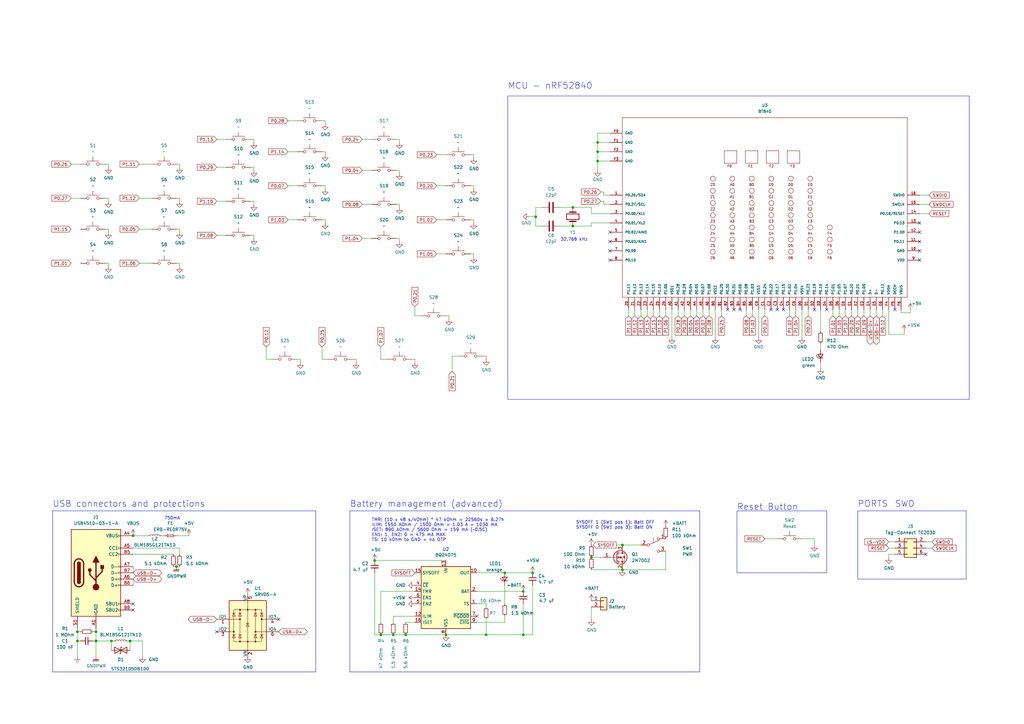
<source format=kicad_sch>
(kicad_sch (version 20230121) (generator eeschema)
  (paper "A3")
  (junction (at 214.63 242.57) (diameter 0.9144))
  (junction (at 45.72 262.89))
  (junction (at 182.88 260.35) (diameter 0.9144))
  (junction (at 39.37 262.89) (diameter 0.9144))
  (junction (at 207.01 234.95))
  (junction (at 234.95 85.09))
  (junction (at 166.37 260.35) (diameter 0.9144))
  (junction (at 255.27 223.52))
  (junction (at 218.44 234.95))
  (junction (at 161.29 260.35) (diameter 0.9144))
  (junction (at 72.39 232.41))
  (junction (at 54.61 219.71))
  (junction (at 242.57 228.6))
  (junction (at 234.95 92.71))
  (junction (at 31.75 259.08) (diameter 0.9144))
  (junction (at 214.63 260.35))
  (junction (at 53.34 262.89))
  (junction (at 39.37 259.08) (diameter 0.9144))
  (junction (at 255.27 233.68))
  (junction (at 199.39 260.35) (diameter 0.9144))
  (junction (at 156.21 260.35) (diameter 0.9144))
  (junction (at 219.71 88.9))
  (junction (at 245.11 58.42))
  (junction (at 153.67 229.87))
  (junction (at 245.11 66.04))
  (junction (at 245.11 62.23))
  (junction (at 31.75 262.89) (diameter 0.9144))
  (no_connect (at 303.53 127))
  (no_connect (at 379.73 227.33))
  (no_connect (at 367.03 127))
  (no_connect (at 339.09 127))
  (no_connect (at 114.3 254))
  (no_connect (at 318.77 127))
  (no_connect (at 334.01 127))
  (no_connect (at 250.19 102.87))
  (no_connect (at 377.19 95.25))
  (no_connect (at 377.19 102.87))
  (no_connect (at 377.19 91.44))
  (no_connect (at 88.9 259.08))
  (no_connect (at 250.19 106.68))
  (no_connect (at 54.61 250.19))
  (no_connect (at 377.19 106.68))
  (no_connect (at 377.19 99.06))
  (no_connect (at 316.23 127))
  (no_connect (at 250.19 99.06))
  (no_connect (at 250.19 95.25))
  (no_connect (at 54.61 247.65))
  (no_connect (at 300.99 127))
  (no_connect (at 298.45 127))
  (no_connect (at 195.58 252.73))
  (no_connect (at 321.31 127))
  (polyline (pts (xy 21.59 209.55) (xy 129.54 209.55)) (stroke (width 0) (type solid)))
  (wire (pts (xy 118.11 62.23) (xy 121.92 62.23)))
  (wire (pts (xy 133.35 76.2) (xy 133.35 77.47)))
  (wire (pts (xy 179.07 76.2) (xy 182.88 76.2)))
  (wire (pts (xy 88.9 68.58) (xy 92.71 68.58)))
  (wire (pts (xy 118.11 90.17) (xy 121.92 90.17)))
  (wire (pts (xy 193.04 76.2) (xy 194.31 76.2)))
  (wire (pts (xy 262.89 127) (xy 262.89 129.54)))
  (wire (pts (xy 109.22 142.24) (xy 109.22 147.32)))
  (wire (pts (xy 38.1 259.08) (xy 39.37 259.08)))
  (wire (pts (xy 104.14 96.52) (xy 102.87 96.52)))
  (wire (pts (xy 364.49 227.33) (xy 367.03 227.33)))
  (wire (pts (xy 214.63 247.65) (xy 214.63 260.35)))
  (wire (pts (xy 44.45 67.31) (xy 44.45 68.58)))
  (wire (pts (xy 265.43 127) (xy 265.43 129.54)))
  (wire (pts (xy 245.11 66.04) (xy 245.11 62.23)))
  (wire (pts (xy 283.21 127) (xy 283.21 129.54)))
  (wire (pts (xy 336.55 148.59) (xy 336.55 151.13)))
  (wire (pts (xy 275.59 127) (xy 275.59 138.43)))
  (wire (pts (xy 31.75 262.89) (xy 31.75 269.24)))
  (wire (pts (xy 245.11 58.42) (xy 250.19 58.42)))
  (wire (pts (xy 38.1 262.89) (xy 39.37 262.89)))
  (wire (pts (xy 104.14 57.15) (xy 104.14 58.42)))
  (wire (pts (xy 373.38 128.27) (xy 369.57 128.27)))
  (wire (pts (xy 104.14 68.58) (xy 104.14 69.85)))
  (wire (pts (xy 148.59 57.15) (xy 152.4 57.15)))
  (wire (pts (xy 242.57 233.68) (xy 255.27 233.68)))
  (wire (pts (xy 184.15 130.81) (xy 184.15 129.54)))
  (wire (pts (xy 217.17 88.9) (xy 219.71 88.9)))
  (wire (pts (xy 199.39 147.32) (xy 199.39 146.05)))
  (wire (pts (xy 185.42 146.05) (xy 187.96 146.05)))
  (wire (pts (xy 133.35 90.17) (xy 132.08 90.17)))
  (wire (pts (xy 57.15 67.31) (xy 62.23 67.31)))
  (wire (pts (xy 245.11 69.85) (xy 245.11 66.04)))
  (wire (pts (xy 229.87 92.71) (xy 234.95 92.71)))
  (wire (pts (xy 156.21 142.24) (xy 156.21 147.32)))
  (wire (pts (xy 43.18 67.31) (xy 44.45 67.31)))
  (polyline (pts (xy 143.51 209.55) (xy 143.51 275.59)) (stroke (width 0) (type solid)))
  (wire (pts (xy 242.57 248.92) (xy 242.57 254)))
  (wire (pts (xy 242.57 91.44) (xy 250.19 91.44)))
  (wire (pts (xy 170.18 148.59) (xy 170.18 147.32)))
  (wire (pts (xy 148.59 83.82) (xy 152.4 83.82)))
  (wire (pts (xy 194.31 105.41) (xy 194.31 104.14)))
  (wire (pts (xy 334.01 220.98) (xy 334.01 223.52)))
  (wire (pts (xy 346.71 127) (xy 346.71 129.54)))
  (wire (pts (xy 43.18 93.98) (xy 44.45 93.98)))
  (wire (pts (xy 88.9 82.55) (xy 92.71 82.55)))
  (wire (pts (xy 104.14 82.55) (xy 104.14 83.82)))
  (wire (pts (xy 156.21 147.32) (xy 158.75 147.32)))
  (wire (pts (xy 179.07 63.5) (xy 182.88 63.5)))
  (wire (pts (xy 242.57 87.63) (xy 250.19 87.63)))
  (wire (pts (xy 260.35 127) (xy 260.35 129.54)))
  (wire (pts (xy 199.39 260.35) (xy 214.63 260.35)))
  (wire (pts (xy 199.39 146.05) (xy 198.12 146.05)))
  (wire (pts (xy 218.44 260.35) (xy 214.63 260.35)))
  (wire (pts (xy 162.56 69.85) (xy 163.83 69.85)))
  (wire (pts (xy 194.31 90.17) (xy 194.31 91.44)))
  (wire (pts (xy 229.87 85.09) (xy 234.95 85.09)))
  (polyline (pts (xy 396.24 209.55) (xy 396.24 237.49)))
  (wire (pts (xy 43.18 81.28) (xy 44.45 81.28)))
  (wire (pts (xy 222.25 92.71) (xy 219.71 92.71)))
  (wire (pts (xy 156.21 260.35) (xy 161.29 260.35)))
  (wire (pts (xy 218.44 240.03) (xy 218.44 260.35)))
  (wire (pts (xy 33.02 259.08) (xy 31.75 259.08)))
  (wire (pts (xy 295.91 127) (xy 295.91 129.54)))
  (polyline (pts (xy 287.02 275.59) (xy 287.02 209.55)) (stroke (width 0) (type solid)))
  (wire (pts (xy 102.87 82.55) (xy 104.14 82.55)))
  (wire (pts (xy 219.71 85.09) (xy 219.71 88.9)))
  (wire (pts (xy 245.11 66.04) (xy 250.19 66.04)))
  (wire (pts (xy 247.65 83.82) (xy 250.19 83.82)))
  (wire (pts (xy 133.35 49.53) (xy 133.35 50.8)))
  (wire (pts (xy 184.15 129.54) (xy 182.88 129.54)))
  (wire (pts (xy 336.55 140.97) (xy 336.55 143.51)))
  (wire (pts (xy 313.69 220.98) (xy 318.77 220.98)))
  (wire (pts (xy 273.05 127) (xy 273.05 129.54)))
  (wire (pts (xy 73.66 227.33) (xy 73.66 224.79)))
  (wire (pts (xy 162.56 57.15) (xy 163.83 57.15)))
  (wire (pts (xy 255.27 223.52) (xy 262.89 223.52)))
  (wire (pts (xy 273.05 233.68) (xy 255.27 233.68)))
  (wire (pts (xy 349.25 127) (xy 349.25 129.54)))
  (wire (pts (xy 52.07 262.89) (xy 53.34 262.89)))
  (wire (pts (xy 72.39 67.31) (xy 73.66 67.31)))
  (wire (pts (xy 308.61 127) (xy 308.61 129.54)))
  (wire (pts (xy 199.39 254) (xy 199.39 260.35)))
  (wire (pts (xy 53.34 262.89) (xy 53.34 266.7)))
  (wire (pts (xy 246.38 78.74) (xy 247.65 78.74)))
  (wire (pts (xy 245.11 58.42) (xy 245.11 54.61)))
  (polyline (pts (xy 351.79 209.55) (xy 351.79 237.49)))
  (wire (pts (xy 193.04 90.17) (xy 194.31 90.17)))
  (polyline (pts (xy 129.54 275.59) (xy 129.54 209.55)) (stroke (width 0) (type solid)))
  (wire (pts (xy 132.08 49.53) (xy 133.35 49.53)))
  (wire (pts (xy 44.45 93.98) (xy 44.45 95.25)))
  (wire (pts (xy 153.67 260.35) (xy 156.21 260.35)))
  (wire (pts (xy 179.07 90.17) (xy 182.88 90.17)))
  (wire (pts (xy 133.35 62.23) (xy 133.35 63.5)))
  (wire (pts (xy 163.83 99.06) (xy 163.83 97.79)))
  (wire (pts (xy 364.49 228.6) (xy 364.49 227.33)))
  (wire (pts (xy 377.19 83.82) (xy 381 83.82)))
  (wire (pts (xy 219.71 88.9) (xy 219.71 92.71)))
  (polyline (pts (xy 143.51 209.55) (xy 287.02 209.55)) (stroke (width 0) (type solid)))
  (wire (pts (xy 72.39 232.41) (xy 73.66 232.41)))
  (wire (pts (xy 162.56 83.82) (xy 163.83 83.82)))
  (wire (pts (xy 234.95 85.09) (xy 242.57 85.09)))
  (wire (pts (xy 132.08 62.23) (xy 133.35 62.23)))
  (wire (pts (xy 194.31 104.14) (xy 193.04 104.14)))
  (wire (pts (xy 72.39 81.28) (xy 73.66 81.28)))
  (wire (pts (xy 361.95 127) (xy 361.95 129.54)))
  (wire (pts (xy 170.18 125.73) (xy 170.18 129.54)))
  (wire (pts (xy 73.66 109.22) (xy 73.66 107.95)))
  (wire (pts (xy 242.57 228.6) (xy 247.65 228.6)))
  (wire (pts (xy 344.17 127) (xy 344.17 129.54)))
  (wire (pts (xy 72.39 93.98) (xy 73.66 93.98)))
  (wire (pts (xy 54.61 237.49) (xy 54.61 240.03)))
  (wire (pts (xy 170.18 129.54) (xy 172.72 129.54)))
  (wire (pts (xy 247.65 80.01) (xy 250.19 80.01)))
  (wire (pts (xy 195.58 234.95) (xy 207.01 234.95)))
  (wire (pts (xy 156.21 242.57) (xy 156.21 255.27)))
  (wire (pts (xy 44.45 109.22) (xy 44.45 107.95)))
  (wire (pts (xy 156.21 242.57) (xy 170.18 242.57)))
  (wire (pts (xy 102.87 57.15) (xy 104.14 57.15)))
  (wire (pts (xy 109.22 147.32) (xy 111.76 147.32)))
  (wire (pts (xy 199.39 248.92) (xy 199.39 247.65)))
  (wire (pts (xy 170.18 147.32) (xy 168.91 147.32)))
  (wire (pts (xy 288.29 127) (xy 288.29 129.54)))
  (wire (pts (xy 118.11 49.53) (xy 121.92 49.53)))
  (wire (pts (xy 45.72 262.89) (xy 39.37 262.89)))
  (wire (pts (xy 88.9 96.52) (xy 92.71 96.52)))
  (wire (pts (xy 247.65 78.74) (xy 247.65 80.01)))
  (wire (pts (xy 185.42 152.4) (xy 185.42 146.05)))
  (wire (pts (xy 326.39 127) (xy 326.39 129.54)))
  (wire (pts (xy 341.63 127) (xy 341.63 129.54)))
  (wire (pts (xy 267.97 127) (xy 267.97 129.54)))
  (wire (pts (xy 293.37 127) (xy 293.37 138.43)))
  (wire (pts (xy 377.19 80.01) (xy 381 80.01)))
  (polyline (pts (xy 21.59 209.55) (xy 21.59 275.59)) (stroke (width 0) (type solid)))
  (wire (pts (xy 336.55 127) (xy 336.55 135.89)))
  (wire (pts (xy 242.57 85.09) (xy 242.57 87.63)))
  (wire (pts (xy 245.11 54.61) (xy 250.19 54.61)))
  (wire (pts (xy 195.58 255.27) (xy 207.01 255.27)))
  (wire (pts (xy 257.81 127) (xy 257.81 129.54)))
  (wire (pts (xy 29.21 81.28) (xy 33.02 81.28)))
  (wire (pts (xy 306.07 127) (xy 306.07 129.54)))
  (wire (pts (xy 182.88 260.35) (xy 199.39 260.35)))
  (wire (pts (xy 311.15 127) (xy 311.15 138.43)))
  (wire (pts (xy 207.01 234.95) (xy 218.44 234.95)))
  (wire (pts (xy 88.9 57.15) (xy 92.71 57.15)))
  (wire (pts (xy 146.05 147.32) (xy 144.78 147.32)))
  (polyline (pts (xy 21.59 275.59) (xy 129.54 275.59)) (stroke (width 0) (type solid)))
  (wire (pts (xy 370.84 135.89) (xy 370.84 137.16)))
  (wire (pts (xy 73.66 107.95) (xy 72.39 107.95)))
  (wire (pts (xy 273.05 226.06) (xy 273.05 233.68)))
  (wire (pts (xy 132.08 142.24) (xy 132.08 147.32)))
  (wire (pts (xy 313.69 127) (xy 313.69 129.54)))
  (wire (pts (xy 163.83 69.85) (xy 163.83 71.12)))
  (wire (pts (xy 278.13 127) (xy 278.13 129.54)))
  (wire (pts (xy 351.79 127) (xy 351.79 129.54)))
  (wire (pts (xy 161.29 252.73) (xy 170.18 252.73)))
  (wire (pts (xy 166.37 255.27) (xy 170.18 255.27)))
  (wire (pts (xy 148.59 69.85) (xy 152.4 69.85)))
  (wire (pts (xy 123.19 148.59) (xy 123.19 147.32)))
  (wire (pts (xy 179.07 104.14) (xy 182.88 104.14)))
  (wire (pts (xy 379.73 222.25) (xy 382.27 222.25)))
  (wire (pts (xy 133.35 91.44) (xy 133.35 90.17)))
  (wire (pts (xy 102.87 68.58) (xy 104.14 68.58)))
  (wire (pts (xy 73.66 224.79) (xy 54.61 224.79)))
  (wire (pts (xy 153.67 229.87) (xy 182.88 229.87)))
  (wire (pts (xy 45.72 262.89) (xy 45.72 266.7)))
  (wire (pts (xy 54.61 227.33) (xy 71.12 227.33)))
  (wire (pts (xy 54.61 219.71) (xy 60.96 219.71)))
  (wire (pts (xy 73.66 81.28) (xy 73.66 82.55)))
  (wire (pts (xy 71.12 232.41) (xy 72.39 232.41)))
  (wire (pts (xy 364.49 222.25) (xy 367.03 222.25)))
  (wire (pts (xy 354.33 127) (xy 354.33 129.54)))
  (wire (pts (xy 242.57 92.71) (xy 242.57 91.44)))
  (wire (pts (xy 369.57 128.27) (xy 369.57 127)))
  (wire (pts (xy 29.21 67.31) (xy 33.02 67.31)))
  (wire (pts (xy 66.04 219.71) (xy 67.31 219.71)))
  (wire (pts (xy 356.87 127) (xy 356.87 129.54)))
  (wire (pts (xy 247.65 82.55) (xy 247.65 83.82)))
  (wire (pts (xy 373.38 127) (xy 373.38 128.27)))
  (wire (pts (xy 104.14 97.79) (xy 104.14 96.52)))
  (wire (pts (xy 44.45 81.28) (xy 44.45 82.55)))
  (wire (pts (xy 132.08 76.2) (xy 133.35 76.2)))
  (wire (pts (xy 285.75 127) (xy 285.75 129.54)))
  (wire (pts (xy 123.19 147.32) (xy 121.92 147.32)))
  (wire (pts (xy 132.08 147.32) (xy 134.62 147.32)))
  (wire (pts (xy 153.67 234.95) (xy 153.67 260.35)))
  (wire (pts (xy 323.85 127) (xy 323.85 129.54)))
  (wire (pts (xy 195.58 242.57) (xy 214.63 242.57)))
  (wire (pts (xy 194.31 76.2) (xy 194.31 77.47)))
  (wire (pts (xy 234.95 92.71) (xy 242.57 92.71)))
  (wire (pts (xy 57.15 93.98) (xy 62.23 93.98)))
  (wire (pts (xy 73.66 93.98) (xy 73.66 95.25)))
  (wire (pts (xy 219.71 85.09) (xy 222.25 85.09)))
  (wire (pts (xy 245.11 62.23) (xy 245.11 58.42)))
  (wire (pts (xy 39.37 262.89) (xy 39.37 269.24)))
  (wire (pts (xy 166.37 260.35) (xy 182.88 260.35)))
  (wire (pts (xy 195.58 247.65) (xy 199.39 247.65)))
  (polyline (pts (xy 351.79 237.49) (xy 396.24 237.49)))
  (wire (pts (xy 370.84 137.16) (xy 364.49 137.16)))
  (wire (pts (xy 194.31 63.5) (xy 194.31 64.77)))
  (wire (pts (xy 207.01 240.03) (xy 207.01 247.65)))
  (wire (pts (xy 54.61 232.41) (xy 54.61 234.95)))
  (wire (pts (xy 31.75 257.81) (xy 31.75 259.08)))
  (wire (pts (xy 163.83 83.82) (xy 163.83 85.09)))
  (wire (pts (xy 57.15 81.28) (xy 62.23 81.28)))
  (wire (pts (xy 280.67 127) (xy 280.67 129.54)))
  (wire (pts (xy 364.49 137.16) (xy 364.49 127)))
  (wire (pts (xy 161.29 252.73) (xy 161.29 255.27)))
  (wire (pts (xy 270.51 127) (xy 270.51 129.54)))
  (wire (pts (xy 44.45 107.95) (xy 43.18 107.95)))
  (polyline (pts (xy 351.79 209.55) (xy 396.24 209.55)))
  (wire (pts (xy 58.42 269.24) (xy 58.42 262.89)))
  (wire (pts (xy 245.11 62.23) (xy 250.19 62.23)))
  (wire (pts (xy 246.38 82.55) (xy 247.65 82.55)))
  (polyline (pts (xy 143.51 275.59) (xy 287.02 275.59)) (stroke (width 0) (type solid)))
  (wire (pts (xy 31.75 259.08) (xy 31.75 262.89)))
  (wire (pts (xy 290.83 127) (xy 290.83 129.54)))
  (wire (pts (xy 118.11 76.2) (xy 121.92 76.2)))
  (wire (pts (xy 39.37 257.81) (xy 39.37 259.08)))
  (wire (pts (xy 163.83 97.79) (xy 162.56 97.79)))
  (wire (pts (xy 148.59 97.79) (xy 152.4 97.79)))
  (wire (pts (xy 161.29 260.35) (xy 166.37 260.35)))
  (wire (pts (xy 377.19 87.63) (xy 381 87.63)))
  (wire (pts (xy 146.05 148.59) (xy 146.05 147.32)))
  (wire (pts (xy 328.93 220.98) (xy 334.01 220.98)))
  (wire (pts (xy 163.83 57.15) (xy 163.83 58.42)))
  (wire (pts (xy 57.15 107.95) (xy 62.23 107.95)))
  (wire (pts (xy 379.73 224.79) (xy 382.27 224.79)))
  (wire (pts (xy 207.01 252.73) (xy 207.01 255.27)))
  (wire (pts (xy 46.99 262.89) (xy 45.72 262.89)))
  (wire (pts (xy 331.47 127) (xy 331.47 129.54)))
  (wire (pts (xy 359.41 127) (xy 359.41 129.54)))
  (wire (pts (xy 252.73 223.52) (xy 255.27 223.52)))
  (wire (pts (xy 73.66 67.31) (xy 73.66 68.58)))
  (wire (pts (xy 39.37 259.08) (xy 39.37 262.89)))
  (wire (pts (xy 33.02 262.89) (xy 31.75 262.89)))
  (wire (pts (xy 72.39 219.71) (xy 77.47 219.71)))
  (wire (pts (xy 364.49 224.79) (xy 367.03 224.79)))
  (wire (pts (xy 193.04 63.5) (xy 194.31 63.5)))
  (wire (pts (xy 58.42 262.89) (xy 53.34 262.89)))
  (wire (pts (xy 328.93 127) (xy 328.93 138.43)))
  (rectangle (start 302.26 209.55) (end 339.09 234.95))
  (rectangle (start 208.28 39.37) (end 397.51 163.83))
  (text "USB connectors and protections" (at 21.59 208.28 0) (effects (font (size 2.54 2.54)) (justify left bottom)))
  (text "Reset Button" (at 302.26 209.55 0) (effects (font (size 2.5654 2.5654)) (justify left bottom)))
  (text "TMR: (10 x 48 s/kOhm) * 47 kOhm = 22560s = 6.27h\nILIM: 1550 AOhm / 1500 Ohm = 1.03 A = 1030 mA\nISET: 890 AOhm / 5600 Ohm = 159 mA (~0.5C)\nEN1: 1, EN2: 0 = 475 mA MAX\nTS: 10 kOhm to GND = no OTP" (at 152.4 222.25 0) (effects (font (size 1.27 1.27)) (justify left bottom)))
  (text "MCU - nRF52840" (at 208.28 36.83 0) (effects (font (size 2.5654 2.5654)) (justify left bottom)))
  (text "SYSOFF 1 (SW1 pos 1): Batt OFF\nSYSOFF 0 (SW1 pos 3): Batt ON" (at 236.22 217.17 0) (effects (font (size 1.27 1.27)) (justify left bottom)))
  (text "32.768 kHz" (at 229.87 99.06 0) (effects (font (size 1.27 1.27)) (justify left bottom)))
  (text "750mA" (at 67.31 213.36 0) (effects (font (size 1.27 1.27)) (justify left bottom)))
  (text "Battery management (advanced)" (at 143.51 208.28 0) (effects (font (size 2.54 2.54)) (justify left bottom)))
  (text "SWD" (at 367.03 208.28 0) (effects (font (size 2.5654 2.5654)) (justify left bottom)))
  (text "PORTS" (at 351.79 208.28 0) (effects (font (size 2.5654 2.5654)) (justify left bottom)))
  (global_label "P1.15" (shape input) (at 29.21 93.98 180) (property "Intersheetrefs" "${INTERSHEET_REFS}" (effects hide)))
  (global_label "P0.29" (shape input) (at 88.9 68.58 180) (property "Intersheetrefs" "${INTERSHEET_REFS}" (effects hide)))
  (global_label "P1.02" (shape input) (at 179.07 90.17 180) (property "Intersheetrefs" "${INTERSHEET_REFS}" (effects hide)))
  (global_label "P1.03" (shape input) (at 118.11 90.17 180) (property "Intersheetrefs" "${INTERSHEET_REFS}" (effects hide)))
  (global_label "P1.06" (shape input) (at 273.05 129.54 270) (property "Intersheetrefs" "${INTERSHEET_REFS}" (effects hide)))
  (global_label "P1.07" (shape input) (at 346.71 129.54 270) (property "Intersheetrefs" "${INTERSHEET_REFS}" (effects hide)))
  (global_label "SYSOFF" (shape output) (at 252.73 223.52 180) (property "Intersheetrefs" "${INTERSHEET_REFS}" (effects hide)))
  (global_label "P0.12" (shape input) (at 109.22 142.24 90) (property "Intersheetrefs" "${INTERSHEET_REFS}" (effects hide)))
  (global_label "P0.21" (shape input) (at 351.79 129.54 270) (property "Intersheetrefs" "${INTERSHEET_REFS}" (effects hide)))
  (global_label "SWDCLK" (shape input) (at 382.27 224.79 0) (property "Intersheetrefs" "${INTERSHEET_REFS}" (effects hide)))
  (global_label "P1.14" (shape input) (at 118.11 62.23 180) (property "Intersheetrefs" "${INTERSHEET_REFS}" (effects hide)))
  (global_label "P0.08" (shape input) (at 306.07 129.54 270) (property "Intersheetrefs" "${INTERSHEET_REFS}" (effects hide)))
  (global_label "P0.07" (shape input) (at 288.29 129.54 270) (property "Intersheetrefs" "${INTERSHEET_REFS}" (effects hide)))
  (global_label "P0.08" (shape input) (at 148.59 83.82 180) (property "Intersheetrefs" "${INTERSHEET_REFS}" (effects hide)))
  (global_label "USB-D-" (shape bidirectional) (at 54.61 234.95 0) (property "Intersheetrefs" "${INTERSHEET_REFS}" (effects hide)))
  (global_label "P1.10" (shape input) (at 270.51 129.54 270) (property "Intersheetrefs" "${INTERSHEET_REFS}" (effects hide)))
  (global_label "P0.28" (shape input) (at 118.11 49.53 180) (property "Intersheetrefs" "${INTERSHEET_REFS}" (effects hide)))
  (global_label "P0.25" (shape input) (at 132.08 142.24 90) (property "Intersheetrefs" "${INTERSHEET_REFS}" (effects hide)))
  (global_label "USB-D+" (shape bidirectional) (at 114.3 259.08 0) (property "Intersheetrefs" "${INTERSHEET_REFS}" (effects hide)))
  (global_label "P0.24" (shape input) (at 313.69 129.54 270) (property "Intersheetrefs" "${INTERSHEET_REFS}" (effects hide)))
  (global_label "P0.25" (shape input) (at 295.91 129.54 270) (property "Intersheetrefs" "${INTERSHEET_REFS}" (effects hide)))
  (global_label "RESET" (shape input) (at 381 87.63 0) (property "Intersheetrefs" "${INTERSHEET_REFS}" (effects hide)))
  (global_label "USB-D+" (shape bidirectional) (at 356.87 129.54 270) (property "Intersheetrefs" "${INTERSHEET_REFS}" (effects hide)))
  (global_label "P1.15" (shape input) (at 267.97 129.54 270) (property "Intersheetrefs" "${INTERSHEET_REFS}" (effects hide)))
  (global_label "RESET" (shape input) (at 313.69 220.98 180) (property "Intersheetrefs" "${INTERSHEET_REFS}" (effects hide)))
  (global_label "P1.01" (shape input) (at 341.63 129.54 270) (property "Intersheetrefs" "${INTERSHEET_REFS}" (effects hide)))
  (global_label "P1.05" (shape input) (at 179.07 104.14 180) (property "Intersheetrefs" "${INTERSHEET_REFS}" (effects hide)))
  (global_label "P0.05" (shape input) (at 57.15 93.98 180) (property "Intersheetrefs" "${INTERSHEET_REFS}" (effects hide)))
  (global_label "P0.05" (shape input) (at 285.75 129.54 270) (property "Intersheetrefs" "${INTERSHEET_REFS}" (effects hide)))
  (global_label "P0.27" (shape input) (at 29.21 81.28 180) (property "Intersheetrefs" "${INTERSHEET_REFS}" (effects hide)))
  (global_label "P0.12" (shape input) (at 361.95 129.54 270) (property "Intersheetrefs" "${INTERSHEET_REFS}" (effects hide)))
  (global_label "P1.01" (shape input) (at 29.21 107.95 180) (property "Intersheetrefs" "${INTERSHEET_REFS}" (effects hide)))
  (global_label "SWDCLK" (shape input) (at 381 83.82 0) (property "Intersheetrefs" "${INTERSHEET_REFS}" (effects hide)))
  (global_label "P0.21" (shape input) (at 170.18 125.73 90) (property "Intersheetrefs" "${INTERSHEET_REFS}" (effects hide)))
  (global_label "SWDIO" (shape input) (at 382.27 222.25 0) (property "Intersheetrefs" "${INTERSHEET_REFS}" (effects hide)))
  (global_label "P0.24" (shape input) (at 148.59 57.15 180) (property "Intersheetrefs" "${INTERSHEET_REFS}" (effects hide)))
  (global_label "P1.11" (shape input) (at 257.81 129.54 270) (property "Intersheetrefs" "${INTERSHEET_REFS}" (effects hide)))
  (global_label "SYSOFF" (shape input) (at 170.18 234.95 180) (property "Intersheetrefs" "${INTERSHEET_REFS}" (effects hide)))
  (global_label "P0.26" (shape input) (at 246.38 78.74 180) (property "Intersheetrefs" "${INTERSHEET_REFS}" (effects hide)))
  (global_label "P1.06" (shape input) (at 57.15 107.95 180) (property "Intersheetrefs" "${INTERSHEET_REFS}" (effects hide)))
  (global_label "USB-D-" (shape bidirectional) (at 88.9 254 180) (property "Intersheetrefs" "${INTERSHEET_REFS}" (effects hide)))
  (global_label "USB-D+" (shape bidirectional) (at 54.61 237.49 0) (property "Intersheetrefs" "${INTERSHEET_REFS}" (effects hide)))
  (global_label "P0.23" (shape input) (at 179.07 63.5 180) (property "Intersheetrefs" "${INTERSHEET_REFS}" (effects hide)))
  (global_label "LS-VDD" (shape input) (at 364.49 222.25 180) (property "Intersheetrefs" "${INTERSHEET_REFS}" (effects hide)))
  (global_label "P0.28" (shape input) (at 278.13 129.54 270) (property "Intersheetrefs" "${INTERSHEET_REFS}" (effects hide)))
  (global_label "P0.21" (shape input) (at 185.42 152.4 270) (property "Intersheetrefs" "${INTERSHEET_REFS}" (effects hide)))
  (global_label "P0.04" (shape input) (at 283.21 129.54 270) (property "Intersheetrefs" "${INTERSHEET_REFS}" (effects hide)))
  (global_label "USB-D-" (shape bidirectional) (at 359.41 129.54 270) (property "Intersheetrefs" "${INTERSHEET_REFS}" (effects hide)))
  (global_label "P1.05" (shape input) (at 344.17 129.54 270) (property "Intersheetrefs" "${INTERSHEET_REFS}" (effects hide)))
  (global_label "P1.12" (shape input) (at 260.35 129.54 270) (property "Intersheetrefs" "${INTERSHEET_REFS}" (effects hide)))
  (global_label "P1.02" (shape input) (at 323.85 129.54 270) (property "Intersheetrefs" "${INTERSHEET_REFS}" (effects hide)))
  (global_label "P1.08" (shape input) (at 290.83 129.54 270) (property "Intersheetrefs" "${INTERSHEET_REFS}" (effects hide)))
  (global_label "P0.29" (shape input) (at 280.67 129.54 270) (property "Intersheetrefs" "${INTERSHEET_REFS}" (effects hide)))
  (global_label "RESET" (shape input) (at 364.49 224.79 180) (property "Intersheetrefs" "${INTERSHEET_REFS}" (effects hide)))
  (global_label "P1.13" (shape input) (at 262.89 129.54 270) (property "Intersheetrefs" "${INTERSHEET_REFS}" (effects hide)))
  (global_label "P1.09" (shape input) (at 354.33 129.54 270) (property "Intersheetrefs" "${INTERSHEET_REFS}" (effects hide)))
  (global_label "P0.20" (shape input) (at 179.07 76.2 180) (property "Intersheetrefs" "${INTERSHEET_REFS}" (effects hide)))
  (global_label "P0.27" (shape input) (at 246.38 82.55 180) (property "Intersheetrefs" "${INTERSHEET_REFS}" (effects hide)))
  (global_label "P1.14" (shape input) (at 265.43 129.54 270) (property "Intersheetrefs" "${INTERSHEET_REFS}" (effects hide)))
  (global_label "P1.12" (shape input) (at 57.15 81.28 180) (property "Intersheetrefs" "${INTERSHEET_REFS}" (effects hide)))
  (global_label "P0.23" (shape input) (at 331.47 129.54 270) (property "Intersheetrefs" "${INTERSHEET_REFS}" (effects hide)))
  (global_label "P1.13" (shape input) (at 88.9 57.15 180) (property "Intersheetrefs" "${INTERSHEET_REFS}" (effects hide)))
  (global_label "P1.11" (shape input) (at 57.15 67.31 180) (property "Intersheetrefs" "${INTERSHEET_REFS}" (effects hide)))
  (global_label "P1.03" (shape input) (at 308.61 129.54 270) (property "Intersheetrefs" "${INTERSHEET_REFS}" (effects hide)))
  (global_label "SWDIO" (shape input) (at 381 80.01 0) (property "Intersheetrefs" "${INTERSHEET_REFS}" (effects hide)))
  (global_label "P1.04" (shape input) (at 148.59 97.79 180) (property "Intersheetrefs" "${INTERSHEET_REFS}" (effects hide)))
  (global_label "P1.07" (shape input) (at 156.21 142.24 90) (property "Intersheetrefs" "${INTERSHEET_REFS}" (effects hide)))
  (global_label "P0.26" (shape input) (at 29.21 67.31 180) (property "Intersheetrefs" "${INTERSHEET_REFS}" (effects hide)))
  (global_label "P0.04" (shape input) (at 148.59 69.85 180) (property "Intersheetrefs" "${INTERSHEET_REFS}" (effects hide)))
  (global_label "P1.10" (shape input) (at 88.9 82.55 180) (property "Intersheetrefs" "${INTERSHEET_REFS}" (effects hide)))
  (global_label "P0.20" (shape input) (at 349.25 129.54 270) (property "Intersheetrefs" "${INTERSHEET_REFS}" (effects hide)))
  (global_label "P1.04" (shape input) (at 326.39 129.54 270) (property "Intersheetrefs" "${INTERSHEET_REFS}" (effects hide)))
  (global_label "P1.08" (shape input) (at 88.9 96.52 180) (property "Intersheetrefs" "${INTERSHEET_REFS}" (effects hide)))
  (global_label "P0.07" (shape input) (at 118.11 76.2 180) (property "Intersheetrefs" "${INTERSHEET_REFS}" (effects hide)))
  (symbol (lib_id "Switch:SW_Push") (at 157.48 83.82 0) (unit 1)
    (property "Reference" "S19" (at 157.48 76.2 0))
    (property "Value" "~" (at 157.48 78.74 0))
    (property "Footprint" "keyboard:Kailh_socket_PG1350_optional" (effects hide))
    (property "Digikey" "https://splitkb.com/collections/switches-and-keycaps/products/kailh-low-profile-choc-switches?variant=32171144314957" (effects hide))
    (property "Mfr Part Number" "KLH-CHC-BRN-010 " (effects hide))
    (property "Notes" "Kailh Low Profile Choc Switches (Brown (50gf, Tactile))" (effects hide))
  )
  (symbol (lib_id "Switch:SW_Push") (at 157.48 57.15 0) (unit 1)
    (property "Reference" "S17" (at 157.48 49.53 0))
    (property "Value" "~" (at 157.48 52.07 0))
    (property "Footprint" "keyboard:Kailh_socket_PG1350_optional" (effects hide))
    (property "Digikey" "https://splitkb.com/collections/switches-and-keycaps/products/kailh-low-profile-choc-switches?variant=32171144314957" (effects hide))
    (property "Mfr Part Number" "KLH-CHC-BRN-010 " (effects hide))
    (property "Notes" "Kailh Low Profile Choc Switches (Brown (50gf, Tactile))" (effects hide))
  )
  (symbol (lib_id "power:+BATT") (at 242.57 246.38 0) (unit 1)
    (property "Reference" "#PWR047" (effects hide))
    (property "Value" "+BATT" (at 242.57 241.3 0))
  )
  (symbol (lib_id "power:GND") (at 101.6 269.24 0) (unit 1)
    (property "Reference" "#PWR037" (effects hide))
    (property "Value" "GND" (at 101.727 273.6342 0))
  )
  (symbol (lib_id "Switch:SW_Push") (at 97.79 82.55 0) (unit 1)
    (property "Reference" "S11" (at 97.79 74.93 0))
    (property "Value" "~" (at 97.79 77.47 0))
    (property "Footprint" "keyboard:Kailh_socket_PG1350_optional" (effects hide))
    (property "Digikey" "https://splitkb.com/collections/switches-and-keycaps/products/kailh-low-profile-choc-switches?variant=32171144314957" (effects hide))
    (property "Mfr Part Number" "KLH-CHC-BRN-010 " (effects hide))
    (property "Notes" "Kailh Low Profile Choc Switches (Brown (50gf, Tactile))" (effects hide))
  )
  (symbol (lib_id "power:GNDPWR") (at 39.37 269.24 0) (unit 1)
    (property "Reference" "#PWR031" (effects hide))
    (property "Value" "GNDPWR" (at 39.4716 273.1516 0))
  )
  (symbol (lib_id "Device:C") (at 226.06 92.71 90) (unit 1)
    (property "Reference" "C6" (at 226.06 96.52 90))
    (property "Value" "12pF" (at 226.06 99.06 90))
    (property "Footprint" "Capacitor_SMD:C_0603_1608Metric" (effects hide))
    (property "Datasheet" "https://www.yageo.com/upload/media/product/productsearch/datasheet/mlcc/UPY-GP_NP0_16V-to-50V_18.pdf" (effects hide))
    (property "Digikey" "https://www.digikey.fr/short/93345tjz" (effects hide))
    (property "Mfr Part Number" "CC0603JPNPO9BN120" (effects hide))
    (property "Notes" "CAP CER 12PF 50V C0G/NPO 0603" (effects hide))
  )
  (symbol (lib_id "Switch:SW_Push") (at 127 76.2 0) (unit 1)
    (property "Reference" "S15" (at 127 68.58 0))
    (property "Value" "~" (at 127 71.12 0))
    (property "Footprint" "keyboard:Kailh_socket_PG1350_optional" (effects hide))
    (property "Digikey" "https://splitkb.com/collections/switches-and-keycaps/products/kailh-low-profile-choc-switches?variant=32171144314957" (effects hide))
    (property "Mfr Part Number" "KLH-CHC-BRN-010 " (effects hide))
    (property "Notes" "Kailh Low Profile Choc Switches (Brown (50gf, Tactile))" (effects hide))
  )
  (symbol (lib_id "power:+5V") (at 242.57 223.52 0) (unit 1)
    (property "Reference" "#PWR046" (effects hide))
    (property "Value" "+5V" (at 242.951 219.1258 0))
  )
  (symbol (lib_id "power:GND") (at 194.31 77.47 0) (unit 1)
    (property "Reference" "#PWR022" (effects hide))
    (property "Value" "GND" (at 194.437 81.8642 0))
  )
  (symbol (lib_id "power:VBUS") (at 54.61 219.71 0) (unit 1)
    (property "Reference" "#PWR032" (effects hide))
    (property "Value" "VBUS" (at 54.61 214.63 0))
  )
  (symbol (lib_id "power:GND") (at 133.35 77.47 0) (unit 1)
    (property "Reference" "#PWR015" (effects hide))
    (property "Value" "GND" (at 133.477 81.8642 0))
  )
  (symbol (lib_id "power:+VSW") (at 370.84 135.89 0) (unit 1)
    (property "Reference" "#PWR059" (effects hide))
    (property "Value" "+VSW" (at 374.65 133.35 0))
  )
  (symbol (lib_id "Switch:SW_Push") (at 163.83 147.32 0) (unit 1)
    (property "Reference" "S27" (at 163.83 139.7 0))
    (property "Value" "~" (at 163.83 142.24 0))
    (property "Footprint" "keyboard:Kailh_socket_PG1350_optional" (effects hide))
    (property "Digikey" "https://splitkb.com/collections/switches-and-keycaps/products/kailh-low-profile-choc-switches?variant=32171144314957" (effects hide))
    (property "Mfr Part Number" "KLH-CHC-BRN-010 " (effects hide))
    (property "Notes" "Kailh Low Profile Choc Switches (Brown (50gf, Tactile))" (effects hide))
  )
  (symbol (lib_id "Device:C_Small") (at 214.63 245.11 0) (unit 1)
    (property "Reference" "C3" (at 220.98 244.0686 0) (effects (justify left)))
    (property "Value" "4.7 uF" (at 220.98 246.38 0) (effects (justify left)))
    (property "Footprint" "Capacitor_SMD:C_0603_1608Metric" (effects hide))
    (property "Datasheet" "https://mm.digikey.com/Volume0/opasdata/d220001/medias/docus/2328/CL10A475KO8NNNC_Spec.pdf" (effects hide))
    (property "Notes" "CAP CER 4.7UF 16V X5R 0603" (effects hide))
    (property "Digikey" "https://www.digikey.fr/short/9ddcdmj1" (effects hide))
    (property "Mfr Part Number" "CL10A475KO8NNNC" (effects hide))
  )
  (symbol (lib_id "power:GND") (at 194.31 91.44 0) (unit 1)
    (property "Reference" "#PWR023" (effects hide))
    (property "Value" "GND" (at 194.437 95.8342 0))
  )
  (symbol (lib_id "Switch:SW_Push") (at 97.79 57.15 0) (unit 1)
    (property "Reference" "S9" (at 97.79 49.53 0))
    (property "Value" "~" (at 97.79 52.07 0))
    (property "Footprint" "keyboard:Kailh_socket_PG1350_optional" (effects hide))
    (property "Digikey" "https://splitkb.com/collections/switches-and-keycaps/products/kailh-low-profile-choc-switches?variant=32171144314957" (effects hide))
    (property "Mfr Part Number" "KLH-CHC-BRN-010 " (effects hide))
    (property "Notes" "Kailh Low Profile Choc Switches (Brown (50gf, Tactile))" (effects hide))
  )
  (symbol (lib_id "power:GND") (at 163.83 58.42 0) (unit 1)
    (property "Reference" "#PWR017" (effects hide))
    (property "Value" "GND" (at 163.957 62.8142 0))
  )
  (symbol (lib_id "power:GND") (at 255.27 233.68 0) (unit 1)
    (property "Reference" "#PWR050" (effects hide))
    (property "Value" "GND" (at 257.81 234.7594 0) (effects (justify left)))
  )
  (symbol (lib_id "Switch:SW_Push") (at 38.1 107.95 0) (unit 1)
    (property "Reference" "S4" (at 38.1 100.33 0))
    (property "Value" "~" (at 38.1 102.87 0))
    (property "Footprint" "keyboard:Kailh_socket_PG1350_optional" (effects hide))
    (property "Digikey" "https://splitkb.com/collections/switches-and-keycaps/products/kailh-low-profile-choc-switches?variant=32171144314957" (effects hide))
    (property "Mfr Part Number" "KLH-CHC-BRN-010 " (effects hide))
    (property "Notes" "Kailh Low Profile Choc Switches (Brown (50gf, Tactile))" (effects hide))
  )
  (symbol (lib_id "Connector_Generic:Conn_01x02") (at 247.65 246.38 0) (unit 1)
    (property "Reference" "J2" (at 249.682 246.5832 0) (effects (justify left)))
    (property "Value" "Battery" (at 249.682 248.8946 0) (effects (justify left)))
    (property "Footprint" "Connector_JST:JST_PH_S2B-PH-K_1x02_P2.00mm_Horizontal" (effects hide))
    (property "Digikey" "https://www.digikey.fr/short/4nfzf328" (effects hide))
    (property "Mfr Part Number" "JST_S2B-PH-K-S" (effects hide))
    (property "Notes" "CONN HEADER R/A 2POS 2MM" (effects hide))
  )
  (symbol (lib_id "Device:R_Small") (at 207.01 250.19 0) (unit 1)
    (property "Reference" "R8" (at 209.55 248.9199 0) (effects (justify left)))
    (property "Value" "1.5 kOhm" (at 209.55 251.4599 0) (effects (justify left)))
    (property "Footprint" "Resistor_SMD:R_0603_1608Metric" (effects hide))
    (property "Datasheet" "https://www.yageo.com/upload/media/product/productsearch/datasheet/rchip/PYu-RC_Group_51_RoHS_L_12.pdf" (effects hide))
    (property "Digikey" "https://www.digikey.fr/short/phch2hb9" (effects hide))
    (property "Mfr Part Number" "RC0603FR-131K5L" (effects hide))
    (property "Notes" "RES 1.5K OHM 1% 1/10W 0603" (effects hide))
  )
  (symbol (lib_id "Switch:SW_Push") (at 38.1 67.31 0) (unit 1)
    (property "Reference" "S1" (at 38.1 59.69 0))
    (property "Value" "~" (at 38.1 62.23 0))
    (property "Footprint" "keyboard:Kailh_socket_PG1350_optional" (effects hide))
    (property "Digikey" "https://splitkb.com/collections/switches-and-keycaps/products/kailh-low-profile-choc-switches?variant=32171144314957" (effects hide))
    (property "Mfr Part Number" "KLH-CHC-BRN-010 " (effects hide))
    (property "Notes" "Kailh Low Profile Choc Switches (Brown (50gf, Tactile))" (effects hide))
  )
  (symbol (lib_id "Switch:SW_Push") (at 67.31 81.28 0) (unit 1)
    (property "Reference" "S6" (at 67.31 73.66 0))
    (property "Value" "~" (at 67.31 76.2 0))
    (property "Footprint" "keyboard:Kailh_socket_PG1350_optional" (effects hide))
    (property "Digikey" "https://splitkb.com/collections/switches-and-keycaps/products/kailh-low-profile-choc-switches?variant=32171144314957" (effects hide))
    (property "Mfr Part Number" "KLH-CHC-BRN-010 " (effects hide))
    (property "Notes" "Kailh Low Profile Choc Switches (Brown (50gf, Tactile))" (effects hide))
  )
  (symbol (lib_id "Device:R_Small") (at 166.37 257.81 0) (unit 1)
    (property "Reference" "R6" (at 165.1 262.89 0) (effects (justify left)))
    (property "Value" "5.6 kOhm" (at 166.37 274.32 90) (effects (justify left)))
    (property "Footprint" "Resistor_SMD:R_0603_1608Metric" (effects hide))
    (property "Datasheet" "https://www.yageo.com/upload/media/product/productsearch/datasheet/rchip/PYu-RC_Group_51_RoHS_L_12.pdf" (effects hide))
    (property "Digikey" "https://www.digikey.fr/short/d7m30hjz" (effects hide))
    (property "Mfr Part Number" "RC0603FR-105K6L" (effects hide))
    (property "Notes" "RES 5.6K OHM 1% 1/10W 0603" (effects hide))
  )
  (symbol (lib_id "Device:R_Small") (at 71.12 229.87 0) (mirror x) (unit 1)
    (property "Reference" "R2" (at 68.58 228.5999 0) (effects (justify right)))
    (property "Value" "5.1 kOhm" (at 68.58 231.1399 0) (effects (justify right)))
    (property "Footprint" "Resistor_SMD:R_0603_1608Metric" (effects hide))
    (property "Datasheet" "https://www.yageo.com/upload/media/product/app/datasheet/rchip/pyu-rc_group_51_rohs_l.pdf" (effects hide))
    (property "Digikey" "https://www.digikey.fr/short/n44t24n9" (effects hide))
    (property "Mfr Part Number" "RC0603FR-135K1L" (effects hide))
    (property "Notes" "RES 5.1K OHM 1% 1/10W 0603" (effects hide))
  )
  (symbol (lib_id "power:GND") (at 328.93 138.43 0) (unit 1)
    (property "Reference" "#PWR055" (effects hide))
    (property "Value" "GND" (at 328.93 142.24 0))
  )
  (symbol (lib_id "power:GND") (at 44.45 82.55 0) (unit 1)
    (property "Reference" "#PWR02" (effects hide))
    (property "Value" "GND" (at 44.577 86.9442 0))
  )
  (symbol (lib_id "power:GND") (at 184.15 130.81 0) (unit 1)
    (property "Reference" "#PWR028" (effects hide))
    (property "Value" "GND" (at 184.277 135.2042 0))
  )
  (symbol (lib_id "Transistor_FET:2N7002") (at 252.73 228.6 0) (unit 1)
    (property "Reference" "Q1" (at 259.08 227.3299 0) (effects (justify left)))
    (property "Value" "2N7002" (at 259.08 229.8699 0) (effects (justify left)))
    (property "Footprint" "Package_TO_SOT_SMD:SOT-23" (effects hide))
    (property "Datasheet" "https://www.onsemi.com/pub/Collateral/NDS7002A-D.PDF" (effects hide))
    (property "Digikey" "https://www.digikey.fr/short/2whmm8p2" (effects hide))
    (property "Mfr Part Number" "2N7002" (effects hide))
    (property "Notes" "MOSFET SOT23 N 60V 5OHM 150C" (effects hide))
  )
  (symbol (lib_id "Device:C_Small") (at 153.67 232.41 0) (unit 1)
    (property "Reference" "C2" (at 151.13 231.1462 0) (effects (justify right)))
    (property "Value" "4.7 uF" (at 151.13 233.6862 0) (effects (justify right)))
    (property "Footprint" "Capacitor_SMD:C_0603_1608Metric" (effects hide))
    (property "Datasheet" "https://mm.digikey.com/Volume0/opasdata/d220001/medias/docus/2328/CL10A475KO8NNNC_Spec.pdf" (effects hide))
    (property "Notes" "CAP CER 4.7UF 16V X5R 0603" (effects hide))
    (property "Digikey" "https://www.digikey.fr/short/9ddcdmj1" (effects hide))
    (property "Mfr Part Number" "CL10A475KO8NNNC" (effects hide))
  )
  (symbol (lib_id "power:GND") (at 123.19 148.59 0) (unit 1)
    (property "Reference" "#PWR025" (effects hide))
    (property "Value" "GND" (at 123.317 152.9842 0))
  )
  (symbol (lib_id "power:GND") (at 170.18 148.59 0) (unit 1)
    (property "Reference" "#PWR027" (effects hide))
    (property "Value" "GND" (at 170.307 152.9842 0))
  )
  (symbol (lib_id "power:GND") (at 73.66 68.58 0) (unit 1)
    (property "Reference" "#PWR05" (effects hide))
    (property "Value" "GND" (at 73.787 72.9742 0))
  )
  (symbol (lib_id "Switch:SW_Push") (at 127 62.23 0) (unit 1)
    (property "Reference" "S14" (at 127 54.61 0))
    (property "Value" "~" (at 127 57.15 0))
    (property "Footprint" "keyboard:Kailh_socket_PG1350_optional" (effects hide))
    (property "Digikey" "https://splitkb.com/collections/switches-and-keycaps/products/kailh-low-profile-choc-switches?variant=32171144314957" (effects hide))
    (property "Mfr Part Number" "KLH-CHC-BRN-010 " (effects hide))
    (property "Notes" "Kailh Low Profile Choc Switches (Brown (50gf, Tactile))" (effects hide))
  )
  (symbol (lib_id "power:GND") (at 199.39 147.32 0) (unit 1)
    (property "Reference" "#PWR029" (effects hide))
    (property "Value" "GND" (at 199.517 151.7142 0))
  )
  (symbol (lib_id "power:GND") (at 73.66 82.55 0) (unit 1)
    (property "Reference" "#PWR06" (effects hide))
    (property "Value" "GND" (at 73.787 86.9442 0))
  )
  (symbol (lib_id "power:GND") (at 146.05 148.59 0) (unit 1)
    (property "Reference" "#PWR026" (effects hide))
    (property "Value" "GND" (at 146.177 152.9842 0))
  )
  (symbol (lib_id "power:GND") (at 275.59 138.43 0) (unit 1)
    (property "Reference" "#PWR052" (effects hide))
    (property "Value" "GND" (at 275.59 142.24 0))
  )
  (symbol (lib_id "Switch:SW_Push") (at 157.48 97.79 0) (unit 1)
    (property "Reference" "S20" (at 157.48 90.17 0))
    (property "Value" "~" (at 157.48 92.71 0))
    (property "Footprint" "keyboard:Kailh_socket_PG1350_optional" (effects hide))
    (property "Digikey" "https://splitkb.com/collections/switches-and-keycaps/products/kailh-low-profile-choc-switches?variant=32171144314957" (effects hide))
    (property "Mfr Part Number" "KLH-CHC-BRN-010 " (effects hide))
    (property "Notes" "Kailh Low Profile Choc Switches (Brown (50gf, Tactile))" (effects hide))
  )
  (symbol (lib_id "power:GND") (at 73.66 109.22 0) (unit 1)
    (property "Reference" "#PWR08" (effects hide))
    (property "Value" "GND" (at 73.787 113.6142 0))
  )
  (symbol (lib_id "Device:C") (at 226.06 85.09 90) (unit 1)
    (property "Reference" "C5" (at 226.06 77.47 90))
    (property "Value" "12pF" (at 226.06 80.01 90))
    (property "Footprint" "Capacitor_SMD:C_0603_1608Metric" (effects hide))
    (property "Datasheet" "https://www.yageo.com/upload/media/product/productsearch/datasheet/mlcc/UPY-GP_NP0_16V-to-50V_18.pdf" (effects hide))
    (property "Digikey" "https://www.digikey.fr/short/93345tjz" (effects hide))
    (property "Mfr Part Number" "CC0603JPNPO9BN120" (effects hide))
    (property "Notes" "CAP CER 12PF 50V C0G/NPO 0603" (effects hide))
  )
  (symbol (lib_id "Switch:SW_Push") (at 157.48 69.85 0) (unit 1)
    (property "Reference" "S18" (at 157.48 62.23 0))
    (property "Value" "~" (at 157.48 64.77 0))
    (property "Footprint" "keyboard:Kailh_socket_PG1350_optional" (effects hide))
    (property "Digikey" "https://splitkb.com/collections/switches-and-keycaps/products/kailh-low-profile-choc-switches?variant=32171144314957" (effects hide))
    (property "Mfr Part Number" "KLH-CHC-BRN-010 " (effects hide))
    (property "Notes" "Kailh Low Profile Choc Switches (Brown (50gf, Tactile))" (effects hide))
  )
  (symbol (lib_id "Device:L_Small") (at 63.5 219.71 90) (unit 1)
    (property "Reference" "L2" (at 63.5 220.98 90))
    (property "Value" "BLM18SG121TN1D" (at 63.5 223.52 90))
    (property "Footprint" "Inductor_SMD:L_0603_1608Metric" (effects hide))
    (property "Datasheet" "https://www.murata.com/en-us/products/productdata/8796738650142/ENFA0003.pdf" (effects hide))
    (property "Digikey" "https://www.digikey.fr/short/5017v0dz" (effects hide))
    (property "Mfr Part Number" "BLM18SG121TN1D" (effects hide))
    (property "Notes" "FERRITE BEAD 120 OHM 0603 1LN" (effects hide))
  )
  (symbol (lib_id "Device:R_Small") (at 35.56 259.08 90) (mirror x) (unit 1)
    (property "Reference" "R1" (at 26.67 257.81 90))
    (property "Value" "1 MOhm" (at 26.67 260.35 90))
    (property "Footprint" "Resistor_SMD:R_0603_1608Metric" (effects hide))
    (property "Datasheet" "https://www.yageo.com/upload/media/product/productsearch/datasheet/rchip/PYu-RC_Group_51_RoHS_L_12.pdf" (effects hide))
    (property "Digikey" "https://www.digikey.fr/short/z45v3mjc" (effects hide))
    (property "Mfr Part Number" "RC0603FR-071ML" (effects hide))
    (property "Notes" "RES 1M OHM 1% 1/10W 0603" (effects hide))
  )
  (symbol (lib_id "Battery_Management:BQ24075RGT") (at 182.88 245.11 0) (unit 1)
    (property "Reference" "U2" (at 182.88 225.2726 0))
    (property "Value" "BQ24075" (at 182.88 227.584 0))
    (property "Footprint" "Package_DFN_QFN:VQFN-16-1EP_3x3mm_P0.5mm_EP1.6x1.6mm" (effects hide))
    (property "Datasheet" "http://www.ti.com/lit/ds/symlink/bq24075.pdf" (effects hide))
    (property "Digikey" "https://www.digikey.fr/short/cn0mz24p" (effects hide))
    (property "Mfr Part Number" "BQ24075RGTR" (effects hide))
    (property "Notes" "IC BATT CHG LI-ION 1CELL 16QFN" (effects hide))
  )
  (symbol (lib_id "power:GND") (at 336.55 151.13 0) (unit 1)
    (property "Reference" "#PWR057" (effects hide))
    (property "Value" "GND" (at 336.55 154.94 0))
  )
  (symbol (lib_id "power:GND") (at 104.14 69.85 0) (unit 1)
    (property "Reference" "#PWR010" (effects hide))
    (property "Value" "GND" (at 104.267 74.2442 0))
  )
  (symbol (lib_id "power:GND") (at 44.45 68.58 0) (unit 1)
    (property "Reference" "#PWR01" (effects hide))
    (property "Value" "GND" (at 44.577 72.9742 0))
  )
  (symbol (lib_id "Switch:SW_Push") (at 127 49.53 0) (unit 1)
    (property "Reference" "S13" (at 127 41.91 0))
    (property "Value" "~" (at 127 44.45 0))
    (property "Footprint" "keyboard:Kailh_socket_PG1350_optional" (effects hide))
    (property "Digikey" "https://splitkb.com/collections/switches-and-keycaps/products/kailh-low-profile-choc-switches?variant=32171144314957" (effects hide))
    (property "Mfr Part Number" "KLH-CHC-BRN-010 " (effects hide))
    (property "Notes" "Kailh Low Profile Choc Switches (Brown (50gf, Tactile))" (effects hide))
  )
  (symbol (lib_id "power:+5V") (at 77.47 219.71 0) (unit 1)
    (property "Reference" "#PWR035" (effects hide))
    (property "Value" "+5V" (at 77.47 214.63 0))
  )
  (symbol (lib_id "Switch:SW_Push") (at 67.31 67.31 0) (unit 1)
    (property "Reference" "S5" (at 67.31 59.69 0))
    (property "Value" "~" (at 67.31 62.23 0))
    (property "Footprint" "keyboard:Kailh_socket_PG1350_optional" (effects hide))
    (property "Digikey" "https://splitkb.com/collections/switches-and-keycaps/products/kailh-low-profile-choc-switches?variant=32171144314957" (effects hide))
    (property "Mfr Part Number" "KLH-CHC-BRN-010 " (effects hide))
    (property "Notes" "Kailh Low Profile Choc Switches (Brown (50gf, Tactile))" (effects hide))
  )
  (symbol (lib_id "Switch:SW_Push_SPDT") (at 267.97 223.52 0) (unit 1)
    (property "Reference" "SW1" (at 281.94 224.79 0))
    (property "Value" "PWR" (at 281.94 227.33 0))
    (property "Footprint" "keyboard:SW_SPDT_PCM12" (effects hide))
    (property "Datasheet" "https://www.ckswitches.com/media/1424/pcm.pdf" (effects hide))
    (property "Digikey" "https://www.digikey.fr/short/pnt4qtt1" (effects hide))
    (property "Mfr Part Number" "PCM12SMTR" (effects hide))
    (property "Notes" "SWITCH SLIDE SPDT 300MA 6V" (effects hide))
  )
  (symbol (lib_id "power:GND") (at 133.35 50.8 0) (unit 1)
    (property "Reference" "#PWR013" (effects hide))
    (property "Value" "GND" (at 133.477 55.1942 0))
  )
  (symbol (lib_id "Switch:SW_Push") (at 38.1 93.98 0) (unit 1)
    (property "Reference" "S3" (at 38.1 86.36 0))
    (property "Value" "~" (at 38.1 88.9 0))
    (property "Footprint" "keyboard:Kailh_socket_PG1350_optional" (effects hide))
    (property "Digikey" "https://splitkb.com/collections/switches-and-keycaps/products/kailh-low-profile-choc-switches?variant=32171144314957" (effects hide))
    (property "Mfr Part Number" "KLH-CHC-BRN-010 " (effects hide))
    (property "Notes" "Kailh Low Profile Choc Switches (Brown (50gf, Tactile))" (effects hide))
  )
  (symbol (lib_id "power:GND") (at 58.42 269.24 0) (unit 1)
    (property "Reference" "#PWR033" (effects hide))
    (property "Value" "GND" (at 60.96 270.5099 0) (effects (justify left)))
  )
  (symbol (lib_id "power:GND") (at 182.88 260.35 0) (unit 1)
    (property "Reference" "#PWR042" (effects hide))
    (property "Value" "GND" (at 183.007 264.7442 0))
  )
  (symbol (lib_id "Device:C_Small") (at 35.56 262.89 270) (unit 1)
    (property "Reference" "C1" (at 26.67 262.89 90))
    (property "Value" "100 nF" (at 26.67 265.43 90))
    (property "Footprint" "Capacitor_SMD:C_0603_1608Metric" (effects hide))
    (property "Datasheet" "https://mm.digikey.com/Volume0/opasdata/d220001/medias/docus/658/CL10B104KB8NNWC_Spec.pdf" (effects hide))
    (property "Notes" "CAP CER 0.1UF 50V X7R 0603" (effects hide))
    (property "Digikey" "https://www.digikey.fr/short/dfdcwqzh" (effects hide))
    (property "Mfr Part Number" "CL10B104KB8NNWC" (effects hide))
  )
  (symbol (lib_id "Switch:SW_Push") (at 127 90.17 0) (unit 1)
    (property "Reference" "S16" (at 127 82.55 0))
    (property "Value" "~" (at 127 85.09 0))
    (property "Footprint" "keyboard:Kailh_socket_PG1350_optional" (effects hide))
    (property "Digikey" "https://splitkb.com/collections/switches-and-keycaps/products/kailh-low-profile-choc-switches?variant=32171144314957" (effects hide))
    (property "Mfr Part Number" "KLH-CHC-BRN-010 " (effects hide))
    (property "Notes" "Kailh Low Profile Choc Switches (Brown (50gf, Tactile))" (effects hide))
  )
  (symbol (lib_id "power:+VSW") (at 218.44 234.95 0) (unit 1)
    (property "Reference" "#PWR045" (effects hide))
    (property "Value" "+VSW" (at 218.44 229.87 0))
  )
  (symbol (lib_id "power:GND") (at 170.18 247.65 270) (unit 1)
    (property "Reference" "#PWR041" (effects hide))
    (property "Value" "GND" (at 166.37 247.6499 90) (effects (justify right)))
  )
  (symbol (lib_id "Switch:SW_Push") (at 187.96 104.14 0) (unit 1)
    (property "Reference" "S24" (at 187.96 96.52 0))
    (property "Value" "~" (at 187.96 99.06 0))
    (property "Footprint" "keyboard:Kailh_socket_PG1350_optional" (effects hide))
    (property "Digikey" "https://splitkb.com/collections/switches-and-keycaps/products/kailh-low-profile-choc-switches?variant=32171144314957" (effects hide))
    (property "Mfr Part Number" "KLH-CHC-BRN-010 " (effects hide))
    (property "Notes" "Kailh Low Profile Choc Switches (Brown (50gf, Tactile))" (effects hide))
  )
  (symbol (lib_id "Switch:SW_Push") (at 67.31 93.98 0) (unit 1)
    (property "Reference" "S7" (at 67.31 86.36 0))
    (property "Value" "~" (at 67.31 88.9 0))
    (property "Footprint" "keyboard:Kailh_socket_PG1350_optional" (effects hide))
    (property "Digikey" "https://splitkb.com/collections/switches-and-keycaps/products/kailh-low-profile-choc-switches?variant=32171144314957" (effects hide))
    (property "Mfr Part Number" "KLH-CHC-BRN-010 " (effects hide))
    (property "Notes" "Kailh Low Profile Choc Switches (Brown (50gf, Tactile))" (effects hide))
  )
  (symbol (lib_id "Switch:SW_Push") (at 187.96 90.17 0) (unit 1)
    (property "Reference" "S23" (at 187.96 82.55 0))
    (property "Value" "~" (at 187.96 85.09 0))
    (property "Footprint" "keyboard:Kailh_socket_PG1350_optional" (effects hide))
    (property "Digikey" "https://splitkb.com/collections/switches-and-keycaps/products/kailh-low-profile-choc-switches?variant=32171144314957" (effects hide))
    (property "Mfr Part Number" "KLH-CHC-BRN-010 " (effects hide))
    (property "Notes" "Kailh Low Profile Choc Switches (Brown (50gf, Tactile))" (effects hide))
  )
  (symbol (lib_id "power:GND") (at 133.35 91.44 0) (unit 1)
    (property "Reference" "#PWR016" (effects hide))
    (property "Value" "GND" (at 133.477 95.8342 0))
  )
  (symbol (lib_id "Connector_Generic:Conn_02x03_Odd_Even") (at 372.11 224.79 0) (unit 1)
    (property "Reference" "J3" (at 373.38 215.9 0))
    (property "Value" "Tag-Connect TC2030" (at 373.38 218.44 0))
    (property "Footprint" "Connector:Tag-Connect_TC2030-IDC-NL_2x03_P1.27mm_Vertical" (effects hide))
  )
  (symbol (lib_id "power:GND") (at 104.14 58.42 0) (unit 1)
    (property "Reference" "#PWR09" (effects hide))
    (property "Value" "GND" (at 104.267 62.8142 0))
  )
  (symbol (lib_id "power:GND") (at 163.83 85.09 0) (unit 1)
    (property "Reference" "#PWR019" (effects hide))
    (property "Value" "GND" (at 163.957 89.4842 0))
  )
  (symbol (lib_id "power:+5V") (at 101.6 243.84 0) (unit 1)
    (property "Reference" "#PWR036" (effects hide))
    (property "Value" "+5V" (at 101.6 238.76 0))
  )
  (symbol (lib_id "power:GND") (at 73.66 95.25 0) (unit 1)
    (property "Reference" "#PWR07" (effects hide))
    (property "Value" "GND" (at 73.787 99.6442 0))
  )
  (symbol (lib_id "power:GND") (at 194.31 105.41 0) (unit 1)
    (property "Reference" "#PWR024" (effects hide))
    (property "Value" "GND" (at 194.437 109.8042 0))
  )
  (symbol (lib_id "Switch:SW_Push") (at 177.8 129.54 0) (unit 1)
    (property "Reference" "S28" (at 177.8 121.92 0))
    (property "Value" "~" (at 177.8 124.46 0))
    (property "Footprint" "keyboard:Kailh_socket_PG1350_optional" (effects hide))
    (property "Digikey" "https://splitkb.com/collections/switches-and-keycaps/products/kailh-low-profile-choc-switches?variant=32171144314957" (effects hide))
    (property "Mfr Part Number" "KLH-CHC-BRN-010 " (effects hide))
    (property "Notes" "Kailh Low Profile Choc Switches (Brown (50gf, Tactile))" (effects hide))
  )
  (symbol (lib_id "power:+BATT") (at 214.63 242.57 0) (unit 1)
    (property "Reference" "#PWR043" (effects hide))
    (property "Value" "+BATT" (at 210.82 240.03 0))
  )
  (symbol (lib_id "Device:R_Small") (at 161.29 257.81 0) (unit 1)
    (property "Reference" "R5" (at 160.02 262.8899 0) (effects (justify left)))
    (property "Value" "1.5 kOhm" (at 161.29 274.3199 90) (effects (justify left)))
    (property "Footprint" "Resistor_SMD:R_0603_1608Metric" (effects hide))
    (property "Datasheet" "https://www.yageo.com/upload/media/product/productsearch/datasheet/rchip/PYu-RC_Group_51_RoHS_L_12.pdf" (effects hide))
    (property "Digikey" "https://www.digikey.fr/short/phch2hb9" (effects hide))
    (property "Mfr Part Number" "RC0603FR-131K5L" (effects hide))
    (property "Notes" "RES 1.5K OHM 1% 1/10W 0603" (effects hide))
  )
  (symbol (lib_id "power:GND") (at 104.14 83.82 0) (unit 1)
    (property "Reference" "#PWR011" (effects hide))
    (property "Value" "GND" (at 104.267 88.2142 0))
  )
  (symbol (lib_id "Switch:SW_Push") (at 187.96 76.2 0) (unit 1)
    (property "Reference" "S22" (at 187.96 68.58 0))
    (property "Value" "~" (at 187.96 71.12 0))
    (property "Footprint" "keyboard:Kailh_socket_PG1350_optional" (effects hide))
    (property "Digikey" "https://splitkb.com/collections/switches-and-keycaps/products/kailh-low-profile-choc-switches?variant=32171144314957" (effects hide))
    (property "Mfr Part Number" "KLH-CHC-BRN-010 " (effects hide))
    (property "Notes" "Kailh Low Profile Choc Switches (Brown (50gf, Tactile))" (effects hide))
  )
  (symbol (lib_id "Device:LED_Small") (at 336.55 146.05 90) (unit 1)
    (property "Reference" "LED2" (at 328.93 147.32 90) (effects (justify right)))
    (property "Value" "green" (at 328.93 149.86 90) (effects (justify right)))
    (property "Footprint" "LED_SMD:LED_0603_1608Metric" (effects hide))
    (property "Datasheet" "https://www.we-online.com/katalog/datasheet/150060VS55040.pdf" (effects hide))
    (property "Digikey" "https://www.digikey.fr/short/9hh0d35q" (effects hide))
    (property "Mfr Part Number" "150060VS55040" (effects hide))
    (property "Notes" "LED GREEN DIFFUSED 0603 SMD" (effects hide))
  )
  (symbol (lib_id "Device:L_Small") (at 49.53 262.89 90) (unit 1)
    (property "Reference" "L1" (at 49.53 257.81 90))
    (property "Value" "BLM18SG121TN1D" (at 49.53 260.35 90))
    (property "Footprint" "Inductor_SMD:L_0603_1608Metric" (effects hide))
    (property "Datasheet" "https://www.murata.com/en-us/products/productdata/8796738650142/ENFA0003.pdf" (effects hide))
    (property "Digikey" "https://www.digikey.fr/short/5017v0dz" (effects hide))
    (property "Mfr Part Number" "BLM18SG121TN1D" (effects hide))
    (property "Notes" "FERRITE BEAD 120 OHM 0603 1LN" (effects hide))
  )
  (symbol (lib_id "power:GND") (at 242.57 254 0) (unit 1)
    (property "Reference" "#PWR048" (effects hide))
    (property "Value" "GND" (at 242.697 258.3942 0))
  )
  (symbol (lib_id "Device:R_Small") (at 273.05 218.44 180) (unit 1)
    (property "Reference" "R11" (at 275.59 217.1699 0) (effects (justify right)))
    (property "Value" "100 kOhm" (at 275.59 219.7099 0) (effects (justify right)))
    (property "Footprint" "Resistor_SMD:R_0603_1608Metric" (effects hide))
    (property "Datasheet" "https://www.yageo.com/upload/media/product/app/datasheet/rchip/pyu-rc_group_51_rohs_l.pdf" (effects hide))
    (property "Digikey" "https://www.digikey.fr/short/3j5f0vnv" (effects hide))
    (property "Mfr Part Number" "RC0603FR-07100KL" (effects hide))
    (property "Notes" "RES 100K OHM 1% 1/10W 0603" (effects hide))
  )
  (symbol (lib_id "power:GND") (at 104.14 97.79 0) (unit 1)
    (property "Reference" "#PWR012" (effects hide))
    (property "Value" "GND" (at 104.267 102.1842 0))
  )
  (symbol (lib_id "Switch:SW_Push") (at 139.7 147.32 0) (unit 1)
    (property "Reference" "S26" (at 139.7 139.7 0))
    (property "Value" "~" (at 139.7 142.24 0))
    (property "Footprint" "keyboard:Kailh_socket_PG1350_optional" (effects hide))
    (property "Digikey" "https://splitkb.com/collections/switches-and-keycaps/products/kailh-low-profile-choc-switches?variant=32171144314957" (effects hide))
    (property "Mfr Part Number" "KLH-CHC-BRN-010 " (effects hide))
    (property "Notes" "Kailh Low Profile Choc Switches (Brown (50gf, Tactile))" (effects hide))
  )
  (symbol (lib_id "Device:R_Small") (at 199.39 251.46 0) (unit 1)
    (property "Reference" "R7" (at 200.66 251.46 0) (effects (justify left)))
    (property "Value" "10 kOhm" (at 196.85 246.38 0) (effects (justify left)))
    (property "Footprint" "Resistor_SMD:R_0603_1608Metric" (effects hide))
    (property "Datasheet" "https://www.yageo.com/upload/media/product/app/datasheet/rchip/pyu-rc_group_51_rohs_l.pdf" (effects hide))
    (property "Digikey" "https://www.digikey.fr/short/q2w0pb82" (effects hide))
    (property "Mfr Part Number" "RC0603FR-0710KL" (effects hide))
    (property "Notes" "RES 10K OHM 1% 1/10W 0603" (effects hide))
  )
  (symbol (lib_id "Switch:SW_Push") (at 116.84 147.32 0) (unit 1)
    (property "Reference" "S25" (at 116.84 139.7 0))
    (property "Value" "~" (at 116.84 142.24 0))
    (property "Footprint" "keyboard:Kailh_socket_PG1350_optional" (effects hide))
    (property "Digikey" "https://splitkb.com/collections/switches-and-keycaps/products/kailh-low-profile-choc-switches?variant=32171144314957" (effects hide))
    (property "Mfr Part Number" "KLH-CHC-BRN-010 " (effects hide))
    (property "Notes" "Kailh Low Profile Choc Switches (Brown (50gf, Tactile))" (effects hide))
  )
  (symbol (lib_id "Device:C_Small") (at 218.44 237.49 0) (unit 1)
    (property "Reference" "C4" (at 220.7768 236.3216 0) (effects (justify left)))
    (property "Value" "4.7 uF" (at 220.7768 238.633 0) (effects (justify left)))
    (property "Footprint" "Capacitor_SMD:C_0603_1608Metric" (effects hide))
    (property "Datasheet" "https://mm.digikey.com/Volume0/opasdata/d220001/medias/docus/2328/CL10A475KO8NNNC_Spec.pdf" (effects hide))
    (property "Notes" "CAP CER 4.7UF 16V X5R 0603" (effects hide))
    (property "Digikey" "https://www.digikey.fr/short/9ddcdmj1" (effects hide))
    (property "Mfr Part Number" "CL10A475KO8NNNC" (effects hide))
  )
  (symbol (lib_id "Device:Crystal") (at 234.95 88.9 90) (unit 1)
    (property "Reference" "Y1" (at 233.68 95.25 90) (effects (justify right)))
    (property "Value" "ECS-.327-9-34B-TR" (effects hide))
    (property "Footprint" "Crystal:Crystal_SMD_3215-2Pin_3.2x1.5mm" (effects hide))
    (property "Datasheet" "https://ecsxtal.com/store/pdf/ecx-31b.pdf" (effects hide))
    (property "Digikey" "https://www.digikey.fr/short/w4d4tdrt" (effects hide))
    (property "Notes" "32.768 kHz ±20ppm Crystal 9pF 70 kOhms 2-SMD, No Lead" (effects hide))
    (property "Mfr Part Number" "ECS-.327-9-34B-TR" (effects hide))
  )
  (symbol (lib_id "power:GND") (at 44.45 95.25 0) (unit 1)
    (property "Reference" "#PWR03" (effects hide))
    (property "Value" "GND" (at 44.577 99.6442 0))
  )
  (symbol (lib_id "power:GND") (at 334.01 223.52 0) (unit 1)
    (property "Reference" "#PWR056" (effects hide))
    (property "Value" "GND" (at 334.137 227.9142 0))
  )
  (symbol (lib_id "Device:R_Small") (at 242.57 231.14 0) (unit 1)
    (property "Reference" "R10" (at 240.03 229.8699 0) (effects (justify right)))
    (property "Value" "10 kOhm" (at 240.03 232.4099 0) (effects (justify right)))
    (property "Footprint" "Resistor_SMD:R_0603_1608Metric" (effects hide))
    (property "Datasheet" "https://www.yageo.com/upload/media/product/app/datasheet/rchip/pyu-rc_group_51_rohs_l.pdf" (effects hide))
    (property "Digikey" "https://www.digikey.fr/short/q2w0pb82" (effects hide))
    (property "Mfr Part Number" "RC0603FR-0710KL" (effects hide))
    (property "Notes" "RES 10K OHM 1% 1/10W 0603" (effects hide))
  )
  (symbol (lib_id "Device:D_TVS") (at 49.53 266.7 0) (unit 1)
    (property "Reference" "D1" (at 49.53 270.51 0))
    (property "Value" "STS321050B100" (at 53.34 274.32 0))
    (property "Footprint" "Diode_SMD:D_SOD-323" (effects hide))
    (property "Datasheet" "https://www.eaton.com/content/dam/eaton/products/electronic-components/resources/data-sheet/eaton-sts321xxxbxx0-tvs-diode-esd-suppressor-data-sheet.pdf" (effects hide))
    (property "Digikey" "https://www.digikey.fr/short/ndftbf2d" (effects hide))
    (property "Mfr Part Number" "STS321050B100" (effects hide))
    (property "Notes" "TVS DIODE 5VWM 20VC SOD323" (effects hide))
  )
  (symbol (lib_id "keyboard:BT840") (at 312.42 95.25 0) (unit 1)
    (property "Reference" "U3" (at 313.69 43.18 0) (effects (font (size 1.143 1.143))))
    (property "Value" "BT840" (at 313.69 45.72 0) (effects (font (size 1.143 1.143))))
    (property "Footprint" "keyboard:Fanstel_BT840" (effects hide))
    (property "Datasheet" "https://static1.squarespace.com/static/561459a2e4b0b39f5cefa12e/t/60cbd30aab490727c1486b11/1623970589149/BT840F_Product+Specifications.pdf" (effects hide))
    (property "Digikey" "https://www.digikey.fr/short/4qd39n5h" (effects hide))
    (property "Mfr Part Number" "BT840" (effects hide))
    (property "Notes" "RF TXRX MODULE BT TRACE ANT SMD" (effects hide))
  )
  (symbol (lib_id "Switch:SW_Push") (at 187.96 63.5 0) (unit 1)
    (property "Reference" "S21" (at 187.96 55.88 0))
    (property "Value" "~" (at 187.96 58.42 0))
    (property "Footprint" "keyboard:Kailh_socket_PG1350_optional" (effects hide))
    (property "Digikey" "https://splitkb.com/collections/switches-and-keycaps/products/kailh-low-profile-choc-switches?variant=32171144314957" (effects hide))
    (property "Mfr Part Number" "KLH-CHC-BRN-010 " (effects hide))
    (property "Notes" "Kailh Low Profile Choc Switches (Brown (50gf, Tactile))" (effects hide))
  )
  (symbol (lib_id "Switch:SW_Push") (at 38.1 81.28 0) (unit 1)
    (property "Reference" "S2" (at 38.1 73.66 0))
    (property "Value" "~" (at 38.1 76.2 0))
    (property "Footprint" "keyboard:Kailh_socket_PG1350_optional" (effects hide))
    (property "Digikey" "https://splitkb.com/collections/switches-and-keycaps/products/kailh-low-profile-choc-switches?variant=32171144314957" (effects hide))
    (property "Mfr Part Number" "KLH-CHC-BRN-010 " (effects hide))
    (property "Notes" "Kailh Low Profile Choc Switches (Brown (50gf, Tactile))" (effects hide))
  )
  (symbol (lib_id "Switch:SW_Push") (at 97.79 96.52 0) (unit 1)
    (property "Reference" "S12" (at 97.79 88.9 0))
    (property "Value" "~" (at 97.79 91.44 0))
    (property "Footprint" "keyboard:Kailh_socket_PG1350_optional" (effects hide))
    (property "Digikey" "https://splitkb.com/collections/switches-and-keycaps/products/kailh-low-profile-choc-switches?variant=32171144314957" (effects hide))
    (property "Mfr Part Number" "KLH-CHC-BRN-010 " (effects hide))
    (property "Notes" "Kailh Low Profile Choc Switches (Brown (50gf, Tactile))" (effects hide))
  )
  (symbol (lib_id "Switch:SW_Push") (at 97.79 68.58 0) (unit 1)
    (property "Reference" "S10" (at 97.79 60.96 0))
    (property "Value" "~" (at 97.79 63.5 0))
    (property "Footprint" "keyboard:Kailh_socket_PG1350_optional" (effects hide))
    (property "Digikey" "https://splitkb.com/collections/switches-and-keycaps/products/kailh-low-profile-choc-switches?variant=32171144314957" (effects hide))
    (property "Mfr Part Number" "KLH-CHC-BRN-010 " (effects hide))
    (property "Notes" "Kailh Low Profile Choc Switches (Brown (50gf, Tactile))" (effects hide))
  )
  (symbol (lib_id "power:GND") (at 245.11 69.85 0) (unit 1)
    (property "Reference" "#PWR049" (effects hide))
    (property "Value" "GND" (at 245.11 73.66 0))
  )
  (symbol (lib_id "Switch:SW_Push") (at 193.04 146.05 0) (unit 1)
    (property "Reference" "S29" (at 193.04 138.43 0))
    (property "Value" "~" (at 193.04 140.97 0))
    (property "Footprint" "keyboard:Kailh_socket_PG1350_optional" (effects hide))
    (property "Digikey" "https://splitkb.com/collections/switches-and-keycaps/products/kailh-low-profile-choc-switches?variant=32171144314957" (effects hide))
    (property "Mfr Part Number" "KLH-CHC-BRN-010 " (effects hide))
    (property "Notes" "Kailh Low Profile Choc Switches (Brown (50gf, Tactile))" (effects hide))
  )
  (symbol (lib_id "Device:Fuse_Small") (at 69.85 219.71 0) (unit 1)
    (property "Reference" "F1" (at 69.85 214.63 0))
    (property "Value" "ERB-RE0R75V" (at 69.85 217.17 0))
    (property "Footprint" "Fuse:Fuse_0603_1608Metric" (effects hide))
    (property "Datasheet" "https://industrial.panasonic.com/cdbs/www-data/pdf/AFA0000/AFA0000C7.pdf" (effects hide))
    (property "Digikey" "https://www.digikey.fr/short/8chdpvvc" (effects hide))
    (property "Mfr Part Number" "ERB-RE0R75V" (effects hide))
    (property "Notes" "FUSE BOARD MNT 750MA 32VDC 0603" (effects hide))
  )
  (symbol (lib_id "power:+BATT") (at 273.05 215.9 0) (unit 1)
    (property "Reference" "#PWR051" (effects hide))
    (property "Value" "+BATT" (at 275.59 214.6299 0) (effects (justify left)))
  )
  (symbol (lib_id "power:+5V") (at 153.67 229.87 0) (unit 1)
    (property "Reference" "#PWR038" (effects hide))
    (property "Value" "+5V" (at 154.051 225.4758 0))
  )
  (symbol (lib_id "power:GND") (at 311.15 138.43 0) (unit 1)
    (property "Reference" "#PWR054" (effects hide))
    (property "Value" "GND" (at 311.15 142.24 0))
  )
  (symbol (lib_id "power:GND") (at 163.83 99.06 0) (unit 1)
    (property "Reference" "#PWR020" (effects hide))
    (property "Value" "GND" (at 163.957 103.4542 0))
  )
  (symbol (lib_id "power:GND") (at 364.49 228.6 0) (unit 1)
    (property "Reference" "#PWR058" (effects hide))
    (property "Value" "GND" (at 364.617 232.9942 0))
  )
  (symbol (lib_id "power:GND") (at 194.31 64.77 0) (unit 1)
    (property "Reference" "#PWR021" (effects hide))
    (property "Value" "GND" (at 194.437 69.1642 0))
  )
  (symbol (lib_id "power:GND") (at 44.45 109.22 0) (unit 1)
    (property "Reference" "#PWR04" (effects hide))
    (property "Value" "GND" (at 44.577 113.6142 0))
  )
  (symbol (lib_id "power:GND") (at 217.17 88.9 270) (unit 1)
    (property "Reference" "#PWR044" (effects hide))
    (property "Value" "GND" (at 215.9 91.44 90))
  )
  (symbol (lib_id "Switch:SW_Push") (at 67.31 107.95 0) (unit 1)
    (property "Reference" "S8" (at 67.31 100.33 0))
    (property "Value" "~" (at 67.31 102.87 0))
    (property "Footprint" "keyboard:Kailh_socket_PG1350_optional" (effects hide))
    (property "Digikey" "https://splitkb.com/collections/switches-and-keycaps/products/kailh-low-profile-choc-switches?variant=32171144314957" (effects hide))
    (property "Mfr Part Number" "KLH-CHC-BRN-010 " (effects hide))
    (property "Notes" "Kailh Low Profile Choc Switches (Brown (50gf, Tactile))" (effects hide))
  )
  (symbol (lib_id "Device:LED_Small") (at 207.01 237.49 90) (unit 1)
    (property "Reference" "LED1" (at 200.66 231.14 90) (effects (justify right)))
    (property "Value" "orange" (at 199.39 233.68 90) (effects (justify right)))
    (property "Footprint" "LED_SMD:LED_0603_1608Metric" (effects hide))
    (property "Datasheet" "https://dammedia.osram.info/media/resource/hires/osram-dam-5174598/LO%20Q976_EN.pdf" (effects hide))
    (property "Digikey" "https://www.digikey.fr/short/wn1w0bhr" (effects hide))
    (property "Mfr Part Number" "LO Q976-PS-25-0-20-R18" (effects hide))
    (property "Notes" "LED ORANGE DIFFUSED 0603 SMD" (effects hide))
  )
  (symbol (lib_id "power:+5V") (at 373.38 127 0) (unit 1)
    (property "Reference" "#PWR060" (effects hide))
    (property "Value" "+5V" (at 375.92 124.46 0))
  )
  (symbol (lib_id "Device:R_Small") (at 156.21 257.81 0) (unit 1)
    (property "Reference" "R4" (at 154.94 262.89 0) (effects (justify left)))
    (property "Value" "47 kOhm" (at 156.21 274.32 90) (effects (justify left)))
    (property "Footprint" "Resistor_SMD:R_0603_1608Metric" (effects hide))
    (property "Datasheet" "https://www.yageo.com/upload/media/product/productsearch/datasheet/rchip/PYu-RC_Group_51_RoHS_L_12.pdf" (effects hide))
    (property "Digikey" "https://www.digikey.fr/short/92pntfd4" (effects hide))
    (property "Mfr Part Number" "RC0603FR-1347KL" (effects hide))
    (property "Notes" "RES 47K OHM 1% 1/10W 0603" (effects hide))
  )
  (symbol (lib_id "power:+VSW") (at 170.18 245.11 90) (unit 1)
    (property "Reference" "#PWR040" (effects hide))
    (property "Value" "+VSW" (at 166.37 245.1099 90) (effects (justify left)))
  )
  (symbol (lib_id "power:GNDPWR") (at 72.39 232.41 0) (unit 1)
    (property "Reference" "#PWR034" (effects hide))
    (property "Value" "GNDPWR" (at 72.4916 236.3216 0))
  )
  (symbol (lib_id "Connector:USB_C_Receptacle_USB2.0") (at 39.37 234.95 0) (unit 1)
    (property "Reference" "J1" (at 39.37 212.09 0))
    (property "Value" "USB4510-03-1-A" (at 39.37 214.63 0))
    (property "Footprint" "keyboard:USB_C_Receptacle_GCT_USB4510-03-1-A" (effects hide))
    (property "Datasheet" "https://mm.digikey.com/Volume0/opasdata/d220001/medias/docus/5564/USB4510.pdf" (effects hide))
    (property "Digikey" "https://www.digikey.fr/short/t5517rjb" (effects hide))
    (property "Mfr Part Number" "USB4510-03-1-A" (effects hide))
    (property "Notes" "USB C REC 16P 3U\" MID MNT 1.6MM" (effects hide))
  )
  (symbol (lib_id "power:Earth") (at 31.75 269.24 0) (unit 1)
    (property "Reference" "#PWR030" (effects hide))
    (property "Value" "Earth" (effects hide))
  )
  (symbol (lib_id "power:GND") (at 133.35 63.5 0) (unit 1)
    (property "Reference" "#PWR014" (effects hide))
    (property "Value" "GND" (at 133.477 67.8942 0))
  )
  (symbol (lib_id "power:GND") (at 163.83 71.12 0) (unit 1)
    (property "Reference" "#PWR018" (effects hide))
    (property "Value" "GND" (at 163.957 75.5142 0))
  )
  (symbol (lib_id "power:GND") (at 170.18 240.03 270) (unit 1)
    (property "Reference" "#PWR039" (effects hide))
    (property "Value" "GND" (at 166.37 240.0299 90) (effects (justify right)))
  )
  (symbol (lib_id "Device:R_Small") (at 242.57 226.06 0) (unit 1)
    (property "Reference" "R9" (at 240.03 224.7899 0) (effects (justify right)))
    (property "Value" "100 Ohm" (at 240.03 227.3299 0) (effects (justify right)))
    (property "Footprint" "Resistor_SMD:R_0603_1608Metric" (effects hide))
    (property "Datasheet" "https://www.yageo.com/upload/media/product/app/datasheet/rchip/pyu-rc_group_51_rohs_l.pdf" (effects hide))
    (property "Digikey" "https://www.digikey.fr/short/b2zjwm5d" (effects hide))
    (property "Mfr Part Number" "RC0603FR-07100RL" (effects hide))
    (property "Notes" "RES 100 OHM 1% 1/10W 0603" (effects hide))
  )
  (symbol (lib_id "Device:R_Small") (at 336.55 138.43 0) (unit 1)
    (property "Reference" "R12" (at 339.09 139.7 0) (effects (justify left)))
    (property "Value" "470 Ohm" (at 339.09 142.24 0) (effects (justify left)))
    (property "Footprint" "Resistor_SMD:R_0603_1608Metric" (effects hide))
    (property "Datasheet" "https://www.yageo.com/upload/media/product/productsearch/datasheet/rchip/PYu-RC_Group_51_RoHS_L_12.pdf" (effects hide))
    (property "Digikey" "https://www.digikey.fr/short/jp814v51" (effects hide))
    (property "Mfr Part Number" "RC0603FR-13470RL" (effects hide))
    (property "Notes" "RES 470 OHM 1% 1/10W 0603" (effects hide))
  )
  (symbol (lib_id "Switch:SW_Push") (at 323.85 220.98 0) (unit 1)
    (property "Reference" "SW2" (at 323.85 213.36 0))
    (property "Value" "Reset" (at 323.85 215.9 0))
    (property "Footprint" "Button_Switch_SMD:SW_SPST_B3S-1000" (effects hide))
    (property "Datasheet" "https://omronfs.omron.com/en_US/ecb/products/pdf/en-b3s.pdf" (effects hide))
    (property "Digikey" "https://www.digikey.fr/short/qt5jdm9z" (effects hide))
    (property "Mfr Part Number" "B3S-1000" (effects hide))
    (property "Notes" "SWITCH TACTILE SPST-NO 0.05A 24V" (effects hide))
  )
  (symbol (lib_id "power:GND") (at 293.37 138.43 0) (unit 1)
    (property "Reference" "#PWR053" (effects hide))
    (property "Value" "GND" (at 293.37 142.24 0))
  )
  (symbol (lib_id "Power_Protection:SRV05-4") (at 101.6 256.54 0) (unit 1)
    (property "Reference" "U1" (at 104.3687 241.3 0) (effects (justify left)))
    (property "Value" "SRV05-4" (at 104.3687 243.84 0) (effects (justify left)))
    (property "Footprint" "Package_TO_SOT_SMD:SOT-23-6" (effects hide))
    (property "Datasheet" "http://www.onsemi.com/pub/Collateral/SRV05-4-D.PDF" (effects hide))
    (property "Digikey" "https://www.digikey.fr/short/p7hw7bpv" (effects hide))
    (property "Mfr Part Number" "SRV05-4" (effects hide))
    (property "Notes" "TVS DIODE 5V   VBR MIN 6V SOT-23" (effects hide))
  )
  (symbol (lib_id "Device:R_Small") (at 73.66 229.87 0) (mirror x) (unit 1)
    (property "Reference" "R3" (at 76.2 228.5999 0) (effects (justify left)))
    (property "Value" "5.1 kOhm" (at 76.2 231.1399 0) (effects (justify left)))
    (property "Footprint" "Resistor_SMD:R_0603_1608Metric" (effects hide))
    (property "Datasheet" "https://www.yageo.com/upload/media/product/app/datasheet/rchip/pyu-rc_group_51_rohs_l.pdf" (effects hide))
    (property "Digikey" "https://www.digikey.fr/short/n44t24n9" (effects hide))
    (property "Mfr Part Number" "RC0603FR-135K1L" (effects hide))
    (property "Notes" "RES 5.1K OHM 1% 1/10W 0603" (effects hide))
  )
)
</source>
